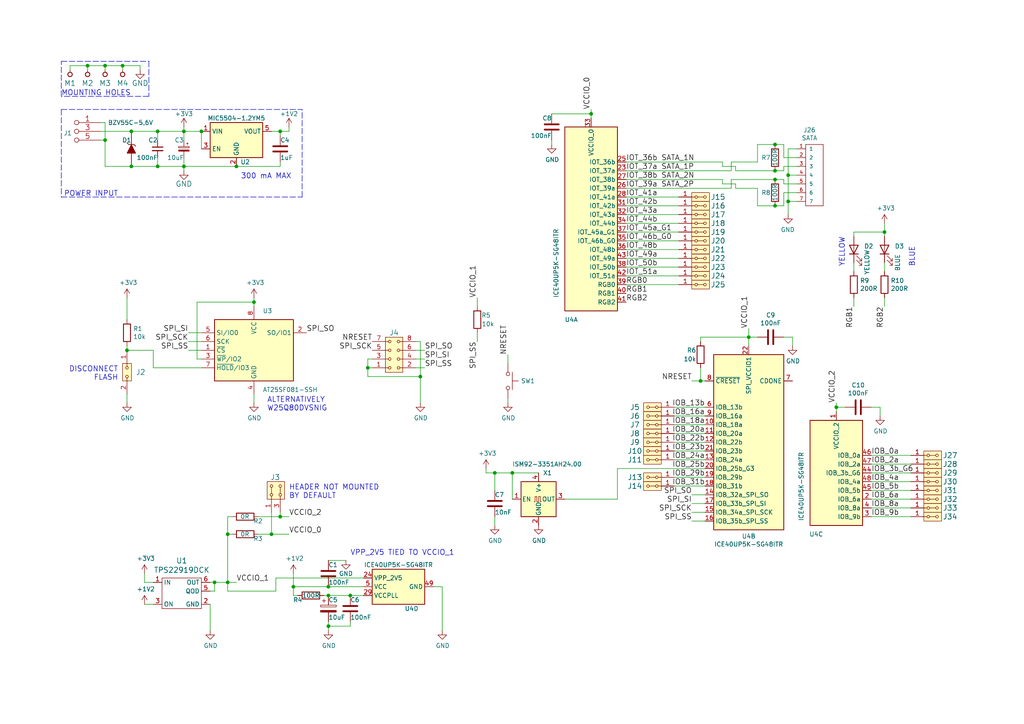
<source format=kicad_sch>
(kicad_sch (version 20211123) (generator eeschema)
  (paper "A4")
  (title_block (title "PROGLOG01A") (date "2022-02-13") (company "Mlab www.mlab.cz") (comment 1 "open source toolchain FPGA") (comment 3 "Povik"))
  (junction (at 95.25 172.72))
  (junction (at 217.17 97.79))
  (junction (at 106.68 106.68))
  (junction (at 256.54 67.31))
  (junction (at 148.59 137.16))
  (junction (at 228.6 58.42))
  (junction (at 95.25 170.18))
  (junction (at 81.28 38.1))
  (junction (at 53.34 38.1))
  (junction (at 38.1 38.1))
  (junction (at 62.23 168.91))
  (junction (at 171.45 33.02))
  (junction (at 228.6 50.8))
  (junction (at 143.51 137.16))
  (junction (at 25.4 19.05))
  (junction (at 36.83 101.6))
  (junction (at 224.79 49.53))
  (junction (at 35.56 19.05))
  (junction (at 224.79 41.91))
  (junction (at 66.04 168.91))
  (junction (at 85.09 170.18))
  (junction (at 38.1 48.26))
  (junction (at 224.79 59.69))
  (junction (at 45.72 48.26))
  (junction (at 81.28 149.86))
  (junction (at 78.74 154.94))
  (junction (at 73.66 87.63))
  (junction (at 30.48 19.05))
  (junction (at 30.48 40.64))
  (junction (at 68.58 48.26))
  (junction (at 101.6 172.72))
  (junction (at 95.25 181.61))
  (junction (at 66.04 154.94))
  (junction (at 45.72 38.1))
  (junction (at 224.79 52.07))
  (junction (at 121.92 109.22))
  (junction (at 242.57 118.11))
  (junction (at 58.42 38.1))
  (junction (at 203.2 110.49))
  (junction (at 53.34 48.26))
  (wire (pts (xy 58.42 99.06) (xy 54.61 99.06)))
  (wire (pts (xy 62.23 171.45) (xy 62.23 168.91)))
  (wire (pts (xy 229.87 97.79) (xy 229.87 100.33)))
  (wire (pts (xy 57.15 87.63) (xy 73.66 87.63)))
  (wire (pts (xy 181.61 49.53) (xy 212.09 49.53)))
  (wire (pts (xy 95.25 180.34) (xy 95.25 181.61)))
  (polyline (pts (xy 17.78 57.15) (xy 87.63 57.15)))
  (wire (pts (xy 30.48 20.32) (xy 30.48 19.05)))
  (polyline (pts (xy 43.18 27.94) (xy 17.78 27.94)))
  (wire (pts (xy 209.55 46.99) (xy 209.55 48.26)))
  (wire (pts (xy 40.64 20.32) (xy 40.64 19.05)))
  (wire (pts (xy 41.91 166.37) (xy 41.91 168.91)))
  (wire (pts (xy 66.04 154.94) (xy 67.31 154.94)))
  (wire (pts (xy 203.2 110.49) (xy 204.47 110.49)))
  (wire (pts (xy 204.47 133.35) (xy 195.58 133.35)))
  (wire (pts (xy 209.55 52.07) (xy 181.61 52.07)))
  (wire (pts (xy 227.33 41.91) (xy 224.79 41.91)))
  (wire (pts (xy 40.64 19.05) (xy 35.56 19.05)))
  (wire (pts (xy 247.65 67.31) (xy 247.65 68.58)))
  (wire (pts (xy 57.15 104.14) (xy 57.15 87.63)))
  (wire (pts (xy 209.55 53.34) (xy 213.36 53.34)))
  (wire (pts (xy 224.79 59.69) (xy 219.71 59.69)))
  (wire (pts (xy 252.73 118.11) (xy 255.27 118.11)))
  (wire (pts (xy 171.45 31.75) (xy 171.45 33.02)))
  (wire (pts (xy 93.98 172.72) (xy 95.25 172.72)))
  (wire (pts (xy 140.97 135.89) (xy 140.97 137.16)))
  (polyline (pts (xy 17.78 31.75) (xy 17.78 57.15)))
  (wire (pts (xy 85.09 166.37) (xy 85.09 170.18)))
  (wire (pts (xy 73.66 114.3) (xy 73.66 116.84)))
  (wire (pts (xy 228.6 58.42) (xy 231.14 58.42)))
  (wire (pts (xy 120.65 99.06) (xy 121.92 99.06)))
  (wire (pts (xy 181.61 80.01) (xy 196.85 80.01)))
  (wire (pts (xy 81.28 46.99) (xy 81.28 48.26)))
  (wire (pts (xy 45.72 48.26) (xy 53.34 48.26)))
  (wire (pts (xy 219.71 54.61) (xy 213.36 54.61)))
  (wire (pts (xy 95.25 181.61) (xy 101.6 181.61)))
  (wire (pts (xy 73.66 87.63) (xy 73.66 88.9)))
  (wire (pts (xy 256.54 86.36) (xy 256.54 88.9)))
  (wire (pts (xy 148.59 137.16) (xy 156.21 137.16)))
  (wire (pts (xy 181.61 62.23) (xy 196.85 62.23)))
  (wire (pts (xy 143.51 149.86) (xy 143.51 152.4)))
  (wire (pts (xy 20.32 19.05) (xy 20.32 20.32)))
  (wire (pts (xy 125.73 170.18) (xy 128.27 170.18)))
  (wire (pts (xy 29.21 38.1) (xy 38.1 38.1)))
  (wire (pts (xy 195.58 120.65) (xy 204.47 120.65)))
  (wire (pts (xy 227.33 49.53) (xy 227.33 48.26)))
  (wire (pts (xy 252.73 147.32) (xy 264.16 147.32)))
  (wire (pts (xy 203.2 99.06) (xy 203.2 97.79)))
  (wire (pts (xy 195.58 123.19) (xy 204.47 123.19)))
  (wire (pts (xy 78.74 148.59) (xy 78.74 154.94)))
  (wire (pts (xy 66.04 149.86) (xy 66.04 154.94)))
  (wire (pts (xy 147.32 115.57) (xy 147.32 116.84)))
  (wire (pts (xy 195.58 130.81) (xy 204.47 130.81)))
  (wire (pts (xy 73.66 87.63) (xy 73.66 86.36)))
  (wire (pts (xy 227.33 97.79) (xy 229.87 97.79)))
  (wire (pts (xy 181.61 74.93) (xy 196.85 74.93)))
  (wire (pts (xy 247.65 76.2) (xy 247.65 78.74)))
  (wire (pts (xy 181.61 77.47) (xy 196.85 77.47)))
  (wire (pts (xy 181.61 67.31) (xy 196.85 67.31)))
  (wire (pts (xy 120.65 101.6) (xy 123.19 101.6)))
  (wire (pts (xy 85.09 170.18) (xy 85.09 172.72)))
  (wire (pts (xy 228.6 43.18) (xy 228.6 50.8)))
  (wire (pts (xy 101.6 181.61) (xy 101.6 180.34)))
  (wire (pts (xy 204.47 148.59) (xy 200.66 148.59)))
  (wire (pts (xy 227.33 45.72) (xy 227.33 41.91)))
  (wire (pts (xy 36.83 92.71) (xy 36.83 86.36)))
  (wire (pts (xy 53.34 36.83) (xy 53.34 38.1)))
  (wire (pts (xy 54.61 96.52) (xy 58.42 96.52)))
  (wire (pts (xy 38.1 48.26) (xy 45.72 48.26)))
  (wire (pts (xy 231.14 55.88) (xy 227.33 55.88)))
  (wire (pts (xy 203.2 106.68) (xy 203.2 110.49)))
  (wire (pts (xy 256.54 67.31) (xy 247.65 67.31)))
  (wire (pts (xy 224.79 49.53) (xy 227.33 49.53)))
  (wire (pts (xy 227.33 59.69) (xy 224.79 59.69)))
  (wire (pts (xy 80.01 167.64) (xy 105.41 167.64)))
  (wire (pts (xy 138.43 86.36) (xy 138.43 88.9)))
  (wire (pts (xy 264.16 144.78) (xy 252.73 144.78)))
  (wire (pts (xy 58.42 106.68) (xy 44.45 106.68)))
  (wire (pts (xy 204.47 146.05) (xy 200.66 146.05)))
  (wire (pts (xy 100.33 162.56) (xy 95.25 162.56)))
  (wire (pts (xy 35.56 19.05) (xy 30.48 19.05)))
  (wire (pts (xy 217.17 95.25) (xy 217.17 97.79)))
  (wire (pts (xy 35.56 20.32) (xy 35.56 19.05)))
  (wire (pts (xy 212.09 46.99) (xy 219.71 46.99)))
  (wire (pts (xy 58.42 43.18) (xy 58.42 38.1)))
  (wire (pts (xy 45.72 45.72) (xy 45.72 48.26)))
  (wire (pts (xy 242.57 116.84) (xy 242.57 118.11)))
  (wire (pts (xy 62.23 168.91) (xy 60.96 168.91)))
  (polyline (pts (xy 17.78 31.75) (xy 87.63 31.75)))
  (wire (pts (xy 106.68 106.68) (xy 107.95 106.68)))
  (wire (pts (xy 203.2 97.79) (xy 217.17 97.79)))
  (wire (pts (xy 121.92 99.06) (xy 121.92 109.22)))
  (wire (pts (xy 95.25 172.72) (xy 101.6 172.72)))
  (wire (pts (xy 181.61 82.55) (xy 196.85 82.55)))
  (wire (pts (xy 242.57 118.11) (xy 242.57 119.38)))
  (wire (pts (xy 53.34 48.26) (xy 68.58 48.26)))
  (wire (pts (xy 30.48 40.64) (xy 30.48 48.26)))
  (wire (pts (xy 217.17 97.79) (xy 217.17 100.33)))
  (wire (pts (xy 143.51 137.16) (xy 148.59 137.16)))
  (wire (pts (xy 60.96 175.26) (xy 60.96 182.88)))
  (wire (pts (xy 121.92 109.22) (xy 121.92 116.84)))
  (wire (pts (xy 45.72 38.1) (xy 53.34 38.1)))
  (wire (pts (xy 53.34 48.26) (xy 53.34 49.53)))
  (wire (pts (xy 44.45 106.68) (xy 44.45 101.6)))
  (wire (pts (xy 25.4 19.05) (xy 20.32 19.05)))
  (wire (pts (xy 181.61 46.99) (xy 209.55 46.99)))
  (wire (pts (xy 123.19 104.14) (xy 120.65 104.14)))
  (wire (pts (xy 25.4 20.32) (xy 25.4 19.05)))
  (wire (pts (xy 181.61 69.85) (xy 196.85 69.85)))
  (polyline (pts (xy 17.78 27.94) (xy 17.78 17.78)))
  (wire (pts (xy 81.28 38.1) (xy 81.28 39.37)))
  (wire (pts (xy 38.1 38.1) (xy 45.72 38.1)))
  (wire (pts (xy 120.65 106.68) (xy 123.19 106.68)))
  (wire (pts (xy 147.32 105.41) (xy 147.32 102.87)))
  (wire (pts (xy 181.61 59.69) (xy 196.85 59.69)))
  (wire (pts (xy 45.72 38.1) (xy 45.72 40.64)))
  (wire (pts (xy 227.33 48.26) (xy 231.14 48.26)))
  (wire (pts (xy 160.02 40.64) (xy 160.02 41.91)))
  (wire (pts (xy 121.92 109.22) (xy 106.68 109.22)))
  (wire (pts (xy 107.95 104.14) (xy 106.68 104.14)))
  (wire (pts (xy 252.73 137.16) (xy 264.16 137.16)))
  (wire (pts (xy 217.17 97.79) (xy 219.71 97.79)))
  (wire (pts (xy 231.14 45.72) (xy 227.33 45.72)))
  (wire (pts (xy 74.93 154.94) (xy 78.74 154.94)))
  (wire (pts (xy 30.48 19.05) (xy 25.4 19.05)))
  (wire (pts (xy 200.66 110.49) (xy 203.2 110.49)))
  (wire (pts (xy 66.04 149.86) (xy 67.31 149.86)))
  (wire (pts (xy 256.54 67.31) (xy 256.54 68.58)))
  (wire (pts (xy 179.07 135.89) (xy 204.47 135.89)))
  (wire (pts (xy 255.27 118.11) (xy 255.27 120.65)))
  (wire (pts (xy 264.16 134.62) (xy 252.73 134.62)))
  (wire (pts (xy 53.34 45.72) (xy 53.34 48.26)))
  (wire (pts (xy 204.47 151.13) (xy 200.66 151.13)))
  (wire (pts (xy 247.65 86.36) (xy 247.65 88.9)))
  (wire (pts (xy 213.36 53.34) (xy 213.36 54.61)))
  (wire (pts (xy 231.14 53.34) (xy 227.33 53.34)))
  (polyline (pts (xy 43.18 17.78) (xy 43.18 27.94)))
  (wire (pts (xy 74.93 149.86) (xy 81.28 149.86)))
  (wire (pts (xy 256.54 64.77) (xy 256.54 67.31)))
  (wire (pts (xy 219.71 59.69) (xy 219.71 54.61)))
  (wire (pts (xy 29.21 40.64) (xy 30.48 40.64)))
  (wire (pts (xy 81.28 38.1) (xy 83.82 38.1)))
  (wire (pts (xy 41.91 168.91) (xy 44.45 168.91)))
  (wire (pts (xy 128.27 170.18) (xy 128.27 182.88)))
  (wire (pts (xy 181.61 54.61) (xy 212.09 54.61)))
  (wire (pts (xy 228.6 50.8) (xy 228.6 58.42)))
  (wire (pts (xy 54.61 101.6) (xy 58.42 101.6)))
  (wire (pts (xy 143.51 142.24) (xy 143.51 137.16)))
  (wire (pts (xy 66.04 168.91) (xy 66.04 171.45)))
  (wire (pts (xy 66.04 168.91) (xy 66.04 154.94)))
  (wire (pts (xy 80.01 171.45) (xy 66.04 171.45)))
  (wire (pts (xy 101.6 172.72) (xy 105.41 172.72)))
  (wire (pts (xy 212.09 52.07) (xy 212.09 54.61)))
  (wire (pts (xy 30.48 48.26) (xy 38.1 48.26)))
  (wire (pts (xy 264.16 149.86) (xy 252.73 149.86)))
  (wire (pts (xy 209.55 52.07) (xy 209.55 53.34)))
  (wire (pts (xy 160.02 33.02) (xy 171.45 33.02)))
  (wire (pts (xy 53.34 38.1) (xy 53.34 40.64)))
  (wire (pts (xy 95.25 181.61) (xy 95.25 182.88)))
  (wire (pts (xy 204.47 143.51) (xy 200.66 143.51)))
  (wire (pts (xy 228.6 50.8) (xy 231.14 50.8)))
  (wire (pts (xy 228.6 58.42) (xy 228.6 62.23)))
  (wire (pts (xy 227.33 55.88) (xy 227.33 59.69)))
  (polyline (pts (xy 17.78 17.78) (xy 43.18 17.78)))
  (wire (pts (xy 209.55 48.26) (xy 213.36 48.26)))
  (wire (pts (xy 85.09 172.72) (xy 86.36 172.72)))
  (wire (pts (xy 195.58 138.43) (xy 204.47 138.43)))
  (wire (pts (xy 224.79 41.91) (xy 219.71 41.91)))
  (wire (pts (xy 36.83 100.33) (xy 36.83 101.6)))
  (wire (pts (xy 85.09 170.18) (xy 95.25 170.18)))
  (wire (pts (xy 252.73 132.08) (xy 264.16 132.08)))
  (wire (pts (xy 195.58 140.97) (xy 204.47 140.97)))
  (wire (pts (xy 181.61 64.77) (xy 196.85 64.77)))
  (wire (pts (xy 264.16 139.7) (xy 252.73 139.7)))
  (wire (pts (xy 58.42 104.14) (xy 57.15 104.14)))
  (wire (pts (xy 181.61 57.15) (xy 196.85 57.15)))
  (wire (pts (xy 66.04 168.91) (xy 68.58 168.91)))
  (wire (pts (xy 30.48 35.56) (xy 30.48 40.64)))
  (wire (pts (xy 227.33 53.34) (xy 227.33 52.07)))
  (wire (pts (xy 204.47 128.27) (xy 195.58 128.27)))
  (wire (pts (xy 163.83 144.78) (xy 179.07 144.78)))
  (wire (pts (xy 44.45 101.6) (xy 36.83 101.6)))
  (wire (pts (xy 179.07 144.78) (xy 179.07 135.89)))
  (wire (pts (xy 143.51 137.16) (xy 140.97 137.16)))
  (wire (pts (xy 68.58 48.26) (xy 81.28 48.26)))
  (wire (pts (xy 106.68 109.22) (xy 106.68 106.68)))
  (wire (pts (xy 29.21 35.56) (xy 30.48 35.56)))
  (wire (pts (xy 181.61 72.39) (xy 196.85 72.39)))
  (wire (pts (xy 78.74 38.1) (xy 81.28 38.1)))
  (wire (pts (xy 256.54 76.2) (xy 256.54 78.74)))
  (wire (pts (xy 62.23 168.91) (xy 66.04 168.91)))
  (wire (pts (xy 171.45 33.02) (xy 171.45 34.29)))
  (wire (pts (xy 212.09 52.07) (xy 224.79 52.07)))
  (wire (pts (xy 213.36 48.26) (xy 213.36 49.53)))
  (wire (pts (xy 224.79 49.53) (xy 213.36 49.53)))
  (wire (pts (xy 195.58 125.73) (xy 204.47 125.73)))
  (wire (pts (xy 78.74 154.94) (xy 83.82 154.94)))
  (wire (pts (xy 106.68 104.14) (xy 106.68 106.68)))
  (wire (pts (xy 245.11 118.11) (xy 242.57 118.11)))
  (wire (pts (xy 41.91 175.26) (xy 44.45 175.26)))
  (polyline (pts (xy 87.63 57.15) (xy 87.63 31.75)))
  (wire (pts (xy 212.09 46.99) (xy 212.09 49.53)))
  (wire (pts (xy 219.71 41.91) (xy 219.71 46.99)))
  (wire (pts (xy 53.34 38.1) (xy 58.42 38.1)))
  (wire (pts (xy 36.83 114.3) (xy 36.83 116.84)))
  (wire (pts (xy 83.82 38.1) (xy 83.82 36.83)))
  (wire (pts (xy 195.58 118.11) (xy 204.47 118.11)))
  (wire (pts (xy 80.01 171.45) (xy 80.01 167.64)))
  (wire (pts (xy 227.33 52.07) (xy 224.79 52.07)))
  (wire (pts (xy 81.28 149.86) (xy 83.82 149.86)))
  (wire (pts (xy 138.43 96.52) (xy 138.43 99.06)))
  (wire (pts (xy 231.14 43.18) (xy 228.6 43.18)))
  (wire (pts (xy 60.96 171.45) (xy 62.23 171.45)))
  (wire (pts (xy 252.73 142.24) (xy 264.16 142.24)))
  (wire (pts (xy 148.59 137.16) (xy 148.59 144.78)))
  (wire (pts (xy 95.25 170.18) (xy 105.41 170.18)))
  (wire (pts (xy 81.28 149.86) (xy 81.28 148.59)))
  (text "HEADER NOT MOUNTED\nBY DEFAULT" (at 83.82 144.78 0) (effects (font (size 1.524 1.524)) (justify left bottom)))
  (text "VPP_2V5 TIED TO VCCIO_1" (at 101.6 161.29 0) (effects (font (size 1.524 1.524)) (justify left bottom)))
  (text "BLUE" (at 265.43 77.47 90) (effects (font (size 1.524 1.524)) (justify left bottom)))
  (text "MOUNTING HOLES" (at 17.78 27.94 0) (effects (font (size 1.524 1.524)) (justify left bottom)))
  (text "DISCONNECT\nFLASH" (at 34.29 110.49 180) (effects (font (size 1.524 1.524)) (justify right bottom)))
  (text "300 mA MAX" (at 69.85 52.07 0) (effects (font (size 1.524 1.524)) (justify left bottom)))
  (text "YELLOW" (at 245.11 77.47 90) (effects (font (size 1.524 1.524)) (justify left bottom)))
  (text "POWER INPUT" (at 34.29 57.15 180) (effects (font (size 1.524 1.524)) (justify right bottom)))
  (text "ALTERNATIVELY\nW25Q80DVSNIG" (at 77.47 119.38 0) (effects (font (size 1.524 1.524)) (justify left bottom)))
  (label "NRESET" (at 107.95 99.06 180) (effects (font (size 1.524 1.524))))
  (label "IOB_31b" (at 204.47 140.97 180) (effects (font (size 1.524 1.524))))
  (label "IOT_39a" (at 181.61 54.61 0) (effects (font (size 1.524 1.524))))
  (label "RGB2" (at 181.61 87.63 0) (effects (font (size 1.524 1.524))))
  (label "IOT_46b_G0" (at 181.61 69.85 0) (effects (font (size 1.524 1.524))))
  (label "RGB0" (at 181.61 82.55 0) (effects (font (size 1.524 1.524))))
  (label "IOB_4a" (at 252.73 139.7 0) (effects (font (size 1.524 1.524))))
  (label "IOT_38b" (at 181.61 52.07 0) (effects (font (size 1.524 1.524))))
  (label "SPI_SS" (at 54.61 101.6 180) (effects (font (size 1.524 1.524))))
  (label "IOB_5b" (at 252.73 142.24 0) (effects (font (size 1.524 1.524))))
  (label "NRESET" (at 200.66 110.49 180) (effects (font (size 1.524 1.524))))
  (label "IOT_49a" (at 181.61 74.93 0) (effects (font (size 1.524 1.524))))
  (label "IOB_9b" (at 252.73 149.86 0) (effects (font (size 1.524 1.524))))
  (label "IOT_44b" (at 181.61 64.77 0) (effects (font (size 1.524 1.524))))
  (label "SATA_2P" (at 191.77 54.61 0) (effects (font (size 1.524 1.524))))
  (label "IOB_25b" (at 204.47 135.89 180) (effects (font (size 1.524 1.524))))
  (label "IOB_24a" (at 204.47 133.35 180) (effects (font (size 1.524 1.524))))
  (label "IOB_13b" (at 204.47 118.11 180) (effects (font (size 1.524 1.524))))
  (label "SPI_SO" (at 88.9 96.52 0) (effects (font (size 1.524 1.524))))
  (label "VCCIO_2" (at 242.57 116.84 90) (effects (font (size 1.524 1.524))))
  (label "IOB_8a" (at 252.73 147.32 0) (effects (font (size 1.524 1.524))))
  (label "IOT_45a_G1" (at 181.61 67.31 0) (effects (font (size 1.524 1.524))))
  (label "SATA_2N" (at 191.77 52.07 0) (effects (font (size 1.524 1.524))))
  (label "IOT_41a" (at 181.61 57.15 0) (effects (font (size 1.524 1.524))))
  (label "IOB_20a" (at 204.47 125.73 180) (effects (font (size 1.524 1.524))))
  (label "RGB2" (at 256.54 88.9 270) (effects (font (size 1.524 1.524))))
  (label "SATA_1P" (at 191.77 49.53 0) (effects (font (size 1.524 1.524))))
  (label "SPI_SI" (at 54.61 96.52 180) (effects (font (size 1.524 1.524))))
  (label "IOB_3b_G6" (at 252.73 137.16 0) (effects (font (size 1.524 1.524))))
  (label "IOB_22b" (at 204.47 128.27 180) (effects (font (size 1.524 1.524))))
  (label "IOT_36b" (at 181.61 46.99 0) (effects (font (size 1.524 1.524))))
  (label "RGB1" (at 181.61 85.09 0) (effects (font (size 1.524 1.524))))
  (label "SPI_SCK" (at 107.95 101.6 180) (effects (font (size 1.524 1.524))))
  (label "SPI_SS" (at 138.43 99.06 270) (effects (font (size 1.524 1.524))))
  (label "IOT_37a" (at 181.61 49.53 0) (effects (font (size 1.524 1.524))))
  (label "NRESET" (at 147.32 102.87 90) (effects (font (size 1.524 1.524))))
  (label "VCCIO_0" (at 171.45 31.75 90) (effects (font (size 1.524 1.524))))
  (label "IOB_23b" (at 204.47 130.81 180) (effects (font (size 1.524 1.524))))
  (label "VCCIO_1" (at 138.43 86.36 90) (effects (font (size 1.524 1.524))))
  (label "IOT_51a" (at 181.61 80.01 0) (effects (font (size 1.524 1.524))))
  (label "VCCIO_0" (at 83.82 154.94 0) (effects (font (size 1.524 1.524))))
  (label "IOT_50b" (at 181.61 77.47 0) (effects (font (size 1.524 1.524))))
  (label "SPI_SO" (at 200.66 143.51 180) (effects (font (size 1.524 1.524))))
  (label "VCCIO_1" (at 68.58 168.91 0) (effects (font (size 1.524 1.524))))
  (label "IOB_18a" (at 204.47 123.19 180) (effects (font (size 1.524 1.524))))
  (label "VCCIO_2" (at 83.82 149.86 0) (effects (font (size 1.524 1.524))))
  (label "IOB_16a" (at 204.47 120.65 180) (effects (font (size 1.524 1.524))))
  (label "IOB_29b" (at 204.47 138.43 180) (effects (font (size 1.524 1.524))))
  (label "IOT_43a" (at 181.61 62.23 0) (effects (font (size 1.524 1.524))))
  (label "SPI_SO" (at 123.19 101.6 0) (effects (font (size 1.524 1.524))))
  (label "SPI_SS" (at 200.66 151.13 180) (effects (font (size 1.524 1.524))))
  (label "IOT_42b" (at 181.61 59.69 0) (effects (font (size 1.524 1.524))))
  (label "SATA_1N" (at 191.77 46.99 0) (effects (font (size 1.524 1.524))))
  (label "SPI_SI" (at 123.19 104.14 0) (effects (font (size 1.524 1.524))))
  (label "SPI_SS" (at 123.19 106.68 0) (effects (font (size 1.524 1.524))))
  (label "VCCIO_1" (at 217.17 95.25 90) (effects (font (size 1.524 1.524))))
  (label "SPI_SI" (at 200.66 146.05 180) (effects (font (size 1.524 1.524))))
  (label "SPI_SCK" (at 54.61 99.06 180) (effects (font (size 1.524 1.524))))
  (label "IOT_48b" (at 181.61 72.39 0) (effects (font (size 1.524 1.524))))
  (label "IOB_6a" (at 252.73 144.78 0) (effects (font (size 1.524 1.524))))
  (label "IOB_2a" (at 252.73 134.62 0) (effects (font (size 1.524 1.524))))
  (label "IOB_0a" (at 252.73 132.08 0) (effects (font (size 1.524 1.524))))
  (label "SPI_SCK" (at 200.66 148.59 180) (effects (font (size 1.524 1.524))))
  (label "RGB1" (at 247.65 88.9 270) (effects (font (size 1.524 1.524))))
  (symbol (lib_id "power:GND") (at 53.34 49.53 0) (mirror y) (unit 1)
    (property "Reference" "#PWR08" (effects hide))
    (property "Value" "GND" (at 53.34 53.34 0) (effects (font (size 1.524 1.524))))
  )
  (symbol (lib_id "MLAB_MECHANICAL:HOLE") (at 20.32 21.59 90) (unit 1)
    (property "Reference" "M1" (at 20.32 24.13 90) (effects (font (size 1.524 1.524))))
    (property "Value" "HOLE" (effects hide))
    (property "Footprint" "Mlab_Mechanical:MountingHole_3mm" (effects hide))
  )
  (symbol (lib_id "MLAB_MECHANICAL:HOLE") (at 25.4 21.59 90) (unit 1)
    (property "Reference" "M2" (at 25.4 24.13 90) (effects (font (size 1.524 1.524))))
    (property "Value" "HOLE" (effects hide))
    (property "Footprint" "Mlab_Mechanical:MountingHole_3mm" (effects hide))
  )
  (symbol (lib_id "MLAB_MECHANICAL:HOLE") (at 30.48 21.59 90) (unit 1)
    (property "Reference" "M3" (at 30.48 24.13 90) (effects (font (size 1.524 1.524))))
    (property "Value" "HOLE" (effects hide))
    (property "Footprint" "Mlab_Mechanical:MountingHole_3mm" (effects hide))
  )
  (symbol (lib_id "MLAB_MECHANICAL:HOLE") (at 35.56 21.59 90) (unit 1)
    (property "Reference" "M4" (at 35.56 24.13 90) (effects (font (size 1.524 1.524))))
    (property "Value" "HOLE" (effects hide))
    (property "Footprint" "Mlab_Mechanical:MountingHole_3mm" (effects hide))
  )
  (symbol (lib_id "power:GND") (at 40.64 20.32 0) (unit 1)
    (property "Reference" "#PWR05" (effects hide))
    (property "Value" "GND" (at 40.64 24.13 0) (effects (font (size 1.524 1.524))))
  )
  (symbol (lib_id "Device:C_Small") (at 45.72 43.18 0) (mirror y) (unit 1)
    (property "Reference" "C2" (at 45.72 40.64 0) (effects (justify left)))
    (property "Value" "100nF" (at 45.72 45.72 0) (effects (justify left)))
    (property "Footprint" "Mlab_R:SMD-0805" (effects hide))
    (property "UST_id" "C0805_100n" (effects hide))
    (property "UST_ID" "5c70984712875079b91f8b4c" (effects hide))
  )
  (symbol (lib_id "Device:CP_Small") (at 53.34 43.18 0) (mirror y) (unit 1)
    (property "Reference" "C3" (at 53.34 40.64 0) (effects (justify left)))
    (property "Value" "10uF" (at 53.34 45.72 0) (effects (justify left)))
    (property "Footprint" "Mlab_R:SMD-0805" (effects hide))
    (property "UST_ID" "5c70984812875079b91f8bbd" (effects hide))
  )
  (symbol (lib_id "MLAB_Jumpers:JUMP_3X2") (at 19.05 39.37 0) (mirror y) (unit 1)
    (property "Reference" "J1" (at 20.8534 38.608 0) (effects (justify left)))
    (property "Value" "JUMP_3X2" (effects hide))
    (property "Footprint" "Mlab_Pin_Headers:Straight_2x03" (effects hide))
  )
  (symbol (lib_id "MLAB_D:D_ZENER") (at 38.1 43.18 90) (mirror x) (unit 1)
    (property "Reference" "D1" (at 38.1 40.64 90) (effects (justify left)))
    (property "Value" "BZV55C-5,6V" (at 44.45 35.56 90) (effects (justify left)))
    (property "Footprint" "Mlab_D:Diode-MiniMELF_Standard" (effects hide))
    (property "UST_ID" "5c70984512875079b91f88b2" (effects hide))
  )
  (symbol (lib_id "PROGLOG01A-rescue:ICE40UP5K-SG48ITR-FPGA_Lattice") (at 171.45 62.23 0) (mirror y) (unit 1)
    (property "Reference" "U4" (at 167.64 92.71 0) (effects (justify left)))
    (property "Value" "ICE40UP5K-SG48ITR" (at 161.29 86.36 90) (effects (justify left)))
    (property "Footprint" "Package_DFN_QFN:QFN-48-1EP_7x7mm_P0.5mm_EP5.6x5.6mm" (effects hide))
    (property "Datasheet" "file:///home/kaklik/Downloads/FPGA-DS-02008-1-9-iCE40-UltraPlus-Family-Data-Sheet.pdf" (effects hide))
    (property "UST_ID" "5dc504cb128750448eca1b12" (effects hide))
  )
  (symbol (lib_id "PROGLOG01A-rescue:ICE40UP5K-SG48ITR-FPGA_Lattice") (at 217.17 128.27 0) (unit 2)
    (property "Reference" "U4" (at 217.17 155.5496 0))
    (property "Value" "ICE40UP5K-SG48ITR" (at 217.17 157.861 0))
    (property "Footprint" "Package_DFN_QFN:QFN-48-1EP_7x7mm_P0.5mm_EP5.6x5.6mm" (effects hide))
    (property "Datasheet" "file:///home/kaklik/Downloads/FPGA-DS-02008-1-9-iCE40-UltraPlus-Family-Data-Sheet.pdf" (effects hide))
    (property "UST_ID" "5dc504cb128750448eca1b12" (effects hide))
  )
  (symbol (lib_id "PROGLOG01A-rescue:ICE40UP5K-SG48ITR-FPGA_Lattice") (at 242.57 137.16 0) (mirror y) (unit 3)
    (property "Reference" "U4" (at 238.76 154.94 0) (effects (justify left)))
    (property "Value" "ICE40UP5K-SG48ITR" (at 232.41 151.13 90) (effects (justify left)))
    (property "Footprint" "Package_DFN_QFN:QFN-48-1EP_7x7mm_P0.5mm_EP5.6x5.6mm" (effects hide))
    (property "Datasheet" "file:///home/kaklik/Downloads/FPGA-DS-02008-1-9-iCE40-UltraPlus-Family-Data-Sheet.pdf" (effects hide))
    (property "UST_ID" "5dc504cb128750448eca1b12" (effects hide))
  )
  (symbol (lib_id "PROGLOG01A-rescue:ICE40UP5K-SG48ITR-FPGA_Lattice") (at 115.57 170.18 90) (mirror x) (unit 4)
    (property "Reference" "U4" (at 119.38 176.53 90))
    (property "Value" "ICE40UP5K-SG48ITR" (at 115.57 163.83 90))
    (property "Footprint" "Package_DFN_QFN:QFN-48-1EP_7x7mm_P0.5mm_EP5.6x5.6mm" (effects hide))
    (property "Datasheet" "file:///home/kaklik/Downloads/FPGA-DS-02008-1-9-iCE40-UltraPlus-Family-Data-Sheet.pdf" (effects hide))
    (property "UST_ID" "5dc504cb128750448eca1b12" (effects hide))
  )
  (symbol (lib_id "power:+1V2") (at 85.09 166.37 0) (unit 1)
    (property "Reference" "#PWR013" (effects hide))
    (property "Value" "+1V2" (at 85.471 161.9758 0))
  )
  (symbol (lib_id "Device:R") (at 90.17 172.72 270) (unit 1)
    (property "Reference" "R4" (at 86.36 173.99 90))
    (property "Value" "100R" (at 90.17 172.72 90))
    (property "Footprint" "Mlab_R:SMD-0805" (effects hide))
    (property "UST_ID" "5c70984512875079b91f8977" (effects hide))
  )
  (symbol (lib_id "Device:C") (at 101.6 176.53 0) (unit 1)
    (property "Reference" "C6" (at 101.6 173.99 0) (effects (justify left)))
    (property "Value" "100nF" (at 101.6 179.07 0) (effects (justify left)))
    (property "Footprint" "Mlab_R:SMD-0805" (effects hide))
    (property "UST_ID" "5c70984712875079b91f8b4c" (effects hide))
  )
  (symbol (lib_id "power:GND") (at 95.25 182.88 0) (unit 1)
    (property "Reference" "#PWR014" (effects hide))
    (property "Value" "GND" (at 95.377 187.2742 0))
  )
  (symbol (lib_id "power:GND") (at 128.27 182.88 0) (unit 1)
    (property "Reference" "#PWR016" (effects hide))
    (property "Value" "GND" (at 128.397 187.2742 0))
  )
  (symbol (lib_id "power:+3V3") (at 256.54 64.77 0) (unit 1)
    (property "Reference" "#PWR022" (effects hide))
    (property "Value" "+3V3" (at 256.921 60.3758 0))
  )
  (symbol (lib_id "Device:LED") (at 256.54 72.39 90) (unit 1)
    (property "Reference" "D3" (at 259.5118 71.4248 90) (effects (justify right)))
    (property "Value" "BLUE" (at 260.35 73.66 0) (effects (justify right)))
    (property "Footprint" "Mlab_D:LED_1206" (effects hide))
    (property "UST_ID" "5c70984512875079b91f8898" (effects hide))
  )
  (symbol (lib_id "Device:LED") (at 247.65 72.39 90) (unit 1)
    (property "Reference" "D2" (at 250.6218 71.4248 90) (effects (justify right)))
    (property "Value" "YELLOW" (at 251.46 72.39 0) (effects (justify right)))
    (property "Footprint" "Mlab_D:LED_1206" (effects hide))
    (property "UST_ID" "5c70984412875079b91f8897" (effects hide))
  )
  (symbol (lib_id "Device:R") (at 247.65 82.55 0) (unit 1)
    (property "Reference" "R9" (at 249.428 81.3816 0) (effects (justify left)))
    (property "Value" "200R" (at 249.428 83.693 0) (effects (justify left)))
    (property "Footprint" "Mlab_R:SMD-0805" (effects hide))
    (property "UST_ID" "5c70984512875079b91f897d" (effects hide))
  )
  (symbol (lib_id "Device:R") (at 256.54 82.55 0) (unit 1)
    (property "Reference" "R10" (at 258.318 81.3816 0) (effects (justify left)))
    (property "Value" "200R" (at 258.318 83.693 0) (effects (justify left)))
    (property "Footprint" "Mlab_R:SMD-0805" (effects hide))
    (property "UST_ID" "5c70984512875079b91f897d" (effects hide))
  )
  (symbol (lib_id "power:+3V3") (at 41.91 166.37 0) (unit 1)
    (property "Reference" "#PWR01" (effects hide))
    (property "Value" "+3V3" (at 42.291 161.9758 0))
  )
  (symbol (lib_id "power:GND") (at 60.96 182.88 0) (unit 1)
    (property "Reference" "#PWR09" (effects hide))
    (property "Value" "GND" (at 61.087 187.2742 0))
  )
  (symbol (lib_id "Device:R") (at 138.43 92.71 0) (unit 1)
    (property "Reference" "R5" (at 140.97 91.44 0))
    (property "Value" "10k" (at 139.7 93.98 0) (effects (justify left)))
    (property "Footprint" "Mlab_R:SMD-0805" (effects hide))
    (property "UST_ID" "5c70984612875079b91f899f" (effects hide))
  )
  (symbol (lib_id "MLAB_HEADER:HEADER_2x04") (at 114.3 102.87 0) (mirror x) (unit 1)
    (property "Reference" "J4" (at 114.3 96.52 0) (effects (font (size 1.524 1.524))))
    (property "Value" "HEADER_2x04" (effects hide))
    (property "Footprint" "Mlab_Pin_Headers:Straight_2x04" (effects hide))
  )
  (symbol (lib_id "Switch:SW_Push") (at 147.32 110.49 270) (unit 1)
    (property "Reference" "SW1" (at 151.0792 110.49 90) (effects (justify left)))
    (property "Value" "SW_Push" (effects hide))
    (property "Footprint" "Mlab_SW:SW_PUSH_SMALL" (effects hide))
    (property "UST_ID" "5c70984712875079b91f8ad1" (effects hide))
  )
  (symbol (lib_id "Device:R") (at 203.2 102.87 0) (unit 1)
    (property "Reference" "R6" (at 201.93 101.6 0) (effects (justify right)))
    (property "Value" "10k" (at 201.93 104.14 0) (effects (justify right)))
    (property "Footprint" "Mlab_R:SMD-0805" (effects hide))
    (property "UST_ID" "5c70984612875079b91f899f" (effects hide))
  )
  (symbol (lib_id "Oscillator:XO91") (at 156.21 144.78 0) (unit 1)
    (property "Reference" "X1" (at 157.48 137.16 0) (effects (justify left)))
    (property "Value" "ISM92-3351AH24.00" (at 148.59 134.62 0) (effects (justify left)))
    (property "Footprint" "Mlab_XTAL:ISM92" (effects hide))
    (property "Datasheet" "http://cdn-reichelt.de/documents/datenblatt/B400/XO91.pdf" (effects hide))
    (property "UST_ID" "5c70984712875079b91f8b18" (effects hide))
  )
  (symbol (lib_id "Device:C") (at 143.51 146.05 0) (unit 1)
    (property "Reference" "C7" (at 143.51 143.51 0) (effects (justify left)))
    (property "Value" "10nF" (at 143.51 148.59 0) (effects (justify left)))
    (property "Footprint" "Mlab_R:SMD-0805" (effects hide))
    (property "UST_ID" "5c70984712875079b91f8b49" (effects hide))
  )
  (symbol (lib_id "power:GND") (at 156.21 152.4 0) (unit 1)
    (property "Reference" "#PWR020" (effects hide))
    (property "Value" "GND" (at 156.337 156.7942 0))
  )
  (symbol (lib_id "power:GND") (at 143.51 152.4 0) (unit 1)
    (property "Reference" "#PWR018" (effects hide))
    (property "Value" "GND" (at 143.637 156.7942 0))
  )
  (symbol (lib_id "MLAB_HEADER:HEADER_2x01_PARALLEL") (at 203.2 57.15 0) (unit 1)
    (property "Reference" "J15" (at 208.28 57.15 0) (effects (font (size 1.524 1.524))))
    (property "Value" "HEADER_2x01_PARALLEL" (effects hide))
    (property "Footprint" "Mlab_Pin_Headers:Straight_2x01" (effects hide))
  )
  (symbol (lib_id "MLAB_HEADER:HEADER_2x01_PARALLEL") (at 203.2 59.69 0) (unit 1)
    (property "Reference" "J16" (at 208.28 59.69 0) (effects (font (size 1.524 1.524))))
    (property "Value" "HEADER_2x01_PARALLEL" (effects hide))
    (property "Footprint" "Mlab_Pin_Headers:Straight_2x01" (effects hide))
  )
  (symbol (lib_id "MLAB_HEADER:HEADER_2x01_PARALLEL") (at 203.2 62.23 0) (unit 1)
    (property "Reference" "J17" (at 208.28 62.23 0) (effects (font (size 1.524 1.524))))
    (property "Value" "HEADER_2x01_PARALLEL" (effects hide))
    (property "Footprint" "Mlab_Pin_Headers:Straight_2x01" (effects hide))
  )
  (symbol (lib_id "MLAB_HEADER:HEADER_2x01_PARALLEL") (at 203.2 64.77 0) (unit 1)
    (property "Reference" "J18" (at 208.28 64.77 0) (effects (font (size 1.524 1.524))))
    (property "Value" "HEADER_2x01_PARALLEL" (effects hide))
    (property "Footprint" "Mlab_Pin_Headers:Straight_2x01" (effects hide))
  )
  (symbol (lib_id "MLAB_HEADER:HEADER_2x01_PARALLEL") (at 203.2 67.31 0) (unit 1)
    (property "Reference" "J19" (at 208.28 67.31 0) (effects (font (size 1.524 1.524))))
    (property "Value" "HEADER_2x01_PARALLEL" (effects hide))
    (property "Footprint" "Mlab_Pin_Headers:Straight_2x01" (effects hide))
  )
  (symbol (lib_id "MLAB_HEADER:HEADER_2x01_PARALLEL") (at 203.2 69.85 0) (unit 1)
    (property "Reference" "J20" (at 208.28 69.85 0) (effects (font (size 1.524 1.524))))
    (property "Value" "HEADER_2x01_PARALLEL" (effects hide))
    (property "Footprint" "Mlab_Pin_Headers:Straight_2x01" (effects hide))
  )
  (symbol (lib_id "MLAB_HEADER:HEADER_2x01_PARALLEL") (at 203.2 72.39 0) (unit 1)
    (property "Reference" "J21" (at 208.28 72.39 0) (effects (font (size 1.524 1.524))))
    (property "Value" "HEADER_2x01_PARALLEL" (effects hide))
    (property "Footprint" "Mlab_Pin_Headers:Straight_2x01" (effects hide))
  )
  (symbol (lib_id "MLAB_HEADER:HEADER_2x01_PARALLEL") (at 203.2 74.93 0) (unit 1)
    (property "Reference" "J22" (at 208.28 74.93 0) (effects (font (size 1.524 1.524))))
    (property "Value" "HEADER_2x01_PARALLEL" (effects hide))
    (property "Footprint" "Mlab_Pin_Headers:Straight_2x01" (effects hide))
  )
  (symbol (lib_id "MLAB_HEADER:HEADER_2x01_PARALLEL") (at 203.2 77.47 0) (unit 1)
    (property "Reference" "J23" (at 208.28 77.47 0) (effects (font (size 1.524 1.524))))
    (property "Value" "HEADER_2x01_PARALLEL" (effects hide))
    (property "Footprint" "Mlab_Pin_Headers:Straight_2x01" (effects hide))
  )
  (symbol (lib_id "MLAB_HEADER:HEADER_2x01_PARALLEL") (at 203.2 80.01 0) (unit 1)
    (property "Reference" "J24" (at 208.28 80.01 0) (effects (font (size 1.524 1.524))))
    (property "Value" "HEADER_2x01_PARALLEL" (effects hide))
    (property "Footprint" "Mlab_Pin_Headers:Straight_2x01" (effects hide))
  )
  (symbol (lib_id "MLAB_HEADER:HEADER_2x01_PARALLEL") (at 203.2 82.55 0) (unit 1)
    (property "Reference" "J25" (at 208.28 82.55 0) (effects (font (size 1.524 1.524))))
    (property "Value" "HEADER_2x01_PARALLEL" (effects hide))
    (property "Footprint" "Mlab_Pin_Headers:Straight_2x01" (effects hide))
  )
  (symbol (lib_id "MLAB_HEADER:HEADER_2x01_PARALLEL") (at 270.51 132.08 0) (unit 1)
    (property "Reference" "J27" (at 275.59 132.08 0) (effects (font (size 1.524 1.524))))
    (property "Value" "HEADER_2x01_PARALLEL" (effects hide))
    (property "Footprint" "Mlab_Pin_Headers:Straight_2x01" (effects hide))
  )
  (symbol (lib_id "MLAB_HEADER:HEADER_2x01_PARALLEL") (at 270.51 134.62 0) (unit 1)
    (property "Reference" "J28" (at 275.59 134.62 0) (effects (font (size 1.524 1.524))))
    (property "Value" "HEADER_2x01_PARALLEL" (effects hide))
    (property "Footprint" "Mlab_Pin_Headers:Straight_2x01" (effects hide))
  )
  (symbol (lib_id "power:+3V3") (at 53.34 36.83 0) (mirror y) (unit 1)
    (property "Reference" "#PWR07" (effects hide))
    (property "Value" "+3V3" (at 53.34 33.02 0))
  )
  (symbol (lib_id "Device:C") (at 160.02 36.83 0) (unit 1)
    (property "Reference" "C8" (at 160.02 34.29 0) (effects (justify right)))
    (property "Value" "100nF" (at 160.02 39.37 0) (effects (justify right)))
    (property "Footprint" "Mlab_R:SMD-0805" (effects hide))
    (property "UST_ID" "5c70984712875079b91f8b4c" (effects hide))
  )
  (symbol (lib_id "power:GND") (at 160.02 41.91 0) (unit 1)
    (property "Reference" "#PWR0101" (effects hide))
    (property "Value" "GND" (at 160.147 46.3042 0))
  )
  (symbol (lib_id "Device:C") (at 223.52 97.79 270) (unit 1)
    (property "Reference" "C9" (at 223.52 91.3892 90))
    (property "Value" "100nF" (at 223.52 93.7006 90))
    (property "Footprint" "Mlab_R:SMD-0805" (effects hide))
    (property "UST_ID" "5c70984712875079b91f8b4c" (effects hide))
  )
  (symbol (lib_id "Regulator_Linear:MIC5504-1.2YM5") (at 68.58 40.64 0) (unit 1)
    (property "Reference" "U2" (at 71.12 46.99 0))
    (property "Value" "MIC5504-1.2YM5" (at 68.58 34.29 0))
    (property "Footprint" "Package_TO_SOT_SMD:SOT-23-5_HandSoldering" (effects hide))
    (property "Datasheet" "http://ww1.microchip.com/downloads/en/DeviceDoc/MIC550X.pdf" (effects hide))
    (property "UST_ID" "5dc5036e128750448eca1af0" (effects hide))
  )
  (symbol (lib_id "Device:C") (at 95.25 166.37 0) (unit 1)
    (property "Reference" "C1" (at 95.25 163.83 0) (effects (justify left)))
    (property "Value" "100nF" (at 95.25 168.91 0) (effects (justify left)))
    (property "Footprint" "Mlab_R:SMD-0805" (effects hide))
    (property "UST_ID" "5c70984712875079b91f8b4c" (effects hide))
  )
  (symbol (lib_id "power:GND") (at 100.33 162.56 0) (unit 1)
    (property "Reference" "#PWR02" (effects hide))
    (property "Value" "GND" (at 100.33 166.37 0))
  )
  (symbol (lib_id "power:+1V2") (at 83.82 36.83 0) (unit 1)
    (property "Reference" "#PWR012" (effects hide))
    (property "Value" "+1V2" (at 83.82 33.02 0))
  )
  (symbol (lib_id "Device:C") (at 81.28 43.18 0) (unit 1)
    (property "Reference" "C4" (at 81.28 40.64 0) (effects (justify left)))
    (property "Value" "1uF" (at 81.28 45.72 0) (effects (justify left)))
    (property "Footprint" "Mlab_R:SMD-0805" (effects hide))
    (property "UST_ID" "5c70984812875079b91f8bc2" (effects hide))
  )
  (symbol (lib_id "power:GND") (at 229.87 100.33 0) (unit 1)
    (property "Reference" "#PWR0102" (effects hide))
    (property "Value" "GND" (at 229.997 104.7242 0))
  )
  (symbol (lib_id "Device:C") (at 248.92 118.11 270) (unit 1)
    (property "Reference" "C10" (at 248.92 111.7092 90))
    (property "Value" "100nF" (at 248.92 114.0206 90))
    (property "Footprint" "Mlab_R:SMD-0805" (effects hide))
    (property "UST_ID" "5c70984712875079b91f8b4c" (effects hide))
  )
  (symbol (lib_id "power:GND") (at 255.27 120.65 0) (unit 1)
    (property "Reference" "#PWR0103" (effects hide))
    (property "Value" "GND" (at 255.397 125.0442 0))
  )
  (symbol (lib_id "MLAB_HEADER:HEADER_2x01_PARALLEL") (at 270.51 137.16 0) (unit 1)
    (property "Reference" "J29" (at 275.59 137.16 0) (effects (font (size 1.524 1.524))))
    (property "Value" "HEADER_2x01_PARALLEL" (effects hide))
    (property "Footprint" "Mlab_Pin_Headers:Straight_2x01" (effects hide))
  )
  (symbol (lib_id "MLAB_HEADER:HEADER_2x01_PARALLEL") (at 270.51 139.7 0) (unit 1)
    (property "Reference" "J30" (at 275.59 139.7 0) (effects (font (size 1.524 1.524))))
    (property "Value" "HEADER_2x01_PARALLEL" (effects hide))
    (property "Footprint" "Mlab_Pin_Headers:Straight_2x01" (effects hide))
  )
  (symbol (lib_id "MLAB_HEADER:HEADER_2x01_PARALLEL") (at 270.51 142.24 0) (unit 1)
    (property "Reference" "J31" (at 275.59 142.24 0) (effects (font (size 1.524 1.524))))
    (property "Value" "HEADER_2x01_PARALLEL" (effects hide))
    (property "Footprint" "Mlab_Pin_Headers:Straight_2x01" (effects hide))
  )
  (symbol (lib_id "MLAB_HEADER:HEADER_2x01_PARALLEL") (at 270.51 144.78 0) (unit 1)
    (property "Reference" "J32" (at 275.59 144.78 0) (effects (font (size 1.524 1.524))))
    (property "Value" "HEADER_2x01_PARALLEL" (effects hide))
    (property "Footprint" "Mlab_Pin_Headers:Straight_2x01" (effects hide))
  )
  (symbol (lib_id "MLAB_HEADER:HEADER_2x01_PARALLEL") (at 270.51 147.32 0) (unit 1)
    (property "Reference" "J33" (at 275.59 147.32 0) (effects (font (size 1.524 1.524))))
    (property "Value" "HEADER_2x01_PARALLEL" (effects hide))
    (property "Footprint" "Mlab_Pin_Headers:Straight_2x01" (effects hide))
  )
  (symbol (lib_id "MLAB_HEADER:HEADER_2x01_PARALLEL") (at 270.51 149.86 0) (unit 1)
    (property "Reference" "J34" (at 275.59 149.86 0) (effects (font (size 1.524 1.524))))
    (property "Value" "HEADER_2x01_PARALLEL" (effects hide))
    (property "Footprint" "Mlab_Pin_Headers:Straight_2x01" (effects hide))
  )
  (symbol (lib_id "MLAB_HEADER:HEADER_2x01_PARALLEL") (at 189.23 118.11 180) (unit 1)
    (property "Reference" "J5" (at 184.15 118.11 0) (effects (font (size 1.524 1.524))))
    (property "Value" "HEADER_2x01_PARALLEL" (effects hide))
    (property "Footprint" "Mlab_Pin_Headers:Straight_2x01" (effects hide))
  )
  (symbol (lib_id "MLAB_HEADER:HEADER_2x01_PARALLEL") (at 189.23 120.65 180) (unit 1)
    (property "Reference" "J6" (at 184.15 120.65 0) (effects (font (size 1.524 1.524))))
    (property "Value" "HEADER_2x01_PARALLEL" (effects hide))
    (property "Footprint" "Mlab_Pin_Headers:Straight_2x01" (effects hide))
  )
  (symbol (lib_id "MLAB_HEADER:HEADER_2x02_PARALLEL") (at 80.01 142.24 90) (unit 1)
    (property "Reference" "J3" (at 81.28 138.43 90) (effects (font (size 1.524 1.524)) (justify left)))
    (property "Value" "HEADER_2x02_PARALLEL" (effects hide))
    (property "Footprint" "Mlab_Pin_Headers:Straight_2x02" (effects hide))
  )
  (symbol (lib_id "MLAB_HEADER:HEADER_2x01_PARALLEL") (at 189.23 123.19 180) (unit 1)
    (property "Reference" "J7" (at 184.15 123.19 0) (effects (font (size 1.524 1.524))))
    (property "Value" "HEADER_2x01_PARALLEL" (effects hide))
    (property "Footprint" "Mlab_Pin_Headers:Straight_2x01" (effects hide))
  )
  (symbol (lib_id "MLAB_HEADER:HEADER_2x01_PARALLEL") (at 189.23 128.27 180) (unit 1)
    (property "Reference" "J9" (at 184.15 128.27 0) (effects (font (size 1.524 1.524))))
    (property "Value" "HEADER_2x01_PARALLEL" (effects hide))
    (property "Footprint" "Mlab_Pin_Headers:Straight_2x01" (effects hide))
  )
  (symbol (lib_id "MLAB_HEADER:HEADER_2x01_PARALLEL") (at 189.23 125.73 180) (unit 1)
    (property "Reference" "J8" (at 184.15 125.73 0) (effects (font (size 1.524 1.524))))
    (property "Value" "HEADER_2x01_PARALLEL" (effects hide))
    (property "Footprint" "Mlab_Pin_Headers:Straight_2x01" (effects hide))
  )
  (symbol (lib_id "MLAB_HEADER:HEADER_2x01_PARALLEL") (at 189.23 130.81 180) (unit 1)
    (property "Reference" "J10" (at 184.15 130.81 0) (effects (font (size 1.524 1.524))))
    (property "Value" "HEADER_2x01_PARALLEL" (effects hide))
    (property "Footprint" "Mlab_Pin_Headers:Straight_2x01" (effects hide))
  )
  (symbol (lib_id "MLAB_HEADER:HEADER_2x01_PARALLEL") (at 189.23 138.43 180) (unit 1)
    (property "Reference" "J13" (at 184.15 138.43 0) (effects (font (size 1.524 1.524))))
    (property "Value" "HEADER_2x01_PARALLEL" (effects hide))
    (property "Footprint" "Mlab_Pin_Headers:Straight_2x01" (effects hide))
  )
  (symbol (lib_id "MLAB_HEADER:HEADER_2x01_PARALLEL") (at 189.23 133.35 180) (unit 1)
    (property "Reference" "J11" (at 184.15 133.35 0) (effects (font (size 1.524 1.524))))
    (property "Value" "HEADER_2x01_PARALLEL" (effects hide))
    (property "Footprint" "Mlab_Pin_Headers:Straight_2x01" (effects hide))
  )
  (symbol (lib_id "MLAB_HEADER:HEADER_2x01_PARALLEL") (at 189.23 140.97 180) (unit 1)
    (property "Reference" "J14" (at 184.15 140.97 0) (effects (font (size 1.524 1.524))))
    (property "Value" "HEADER_2x01_PARALLEL" (effects hide))
    (property "Footprint" "Mlab_Pin_Headers:Straight_2x01" (effects hide))
  )
  (symbol (lib_id "Device:R") (at 71.12 149.86 90) (unit 1)
    (property "Reference" "R2" (at 76.2 151.13 90) (effects (justify left)))
    (property "Value" "0R" (at 72.39 149.86 90) (effects (justify left)))
    (property "Footprint" "Mlab_R:SMD-0805" (effects hide))
    (property "UST_ID" "5c70984512875079b91f896b" (effects hide))
  )
  (symbol (lib_id "Device:R") (at 71.12 154.94 90) (unit 1)
    (property "Reference" "R3" (at 76.2 156.21 90) (effects (justify left)))
    (property "Value" "0R" (at 72.39 154.94 90) (effects (justify left)))
    (property "Footprint" "Mlab_R:SMD-0805" (effects hide))
    (property "UST_ID" "5c70984512875079b91f896b" (effects hide))
  )
  (symbol (lib_id "Device:CP") (at 95.25 176.53 0) (unit 1)
    (property "Reference" "C5" (at 95.25 173.99 0) (effects (justify left)))
    (property "Value" "10uF" (at 95.25 179.07 0) (effects (justify left)))
    (property "Footprint" "Mlab_R:SMD-0805" (effects hide))
    (property "UST_ID" "5c70984812875079b91f8bbd" (effects hide))
  )
  (symbol (lib_id "MLAB_CONNECTORS:SATA") (at 236.22 50.8 0) (unit 1)
    (property "Reference" "J26" (at 234.7976 37.719 0))
    (property "Value" "SATA" (at 234.7976 40.0304 0))
    (property "Footprint" "Mlab_CON:SATA-7_THT_VERT_2" (effects hide))
    (property "UST_ID" "5c70984712875079b91f8a7b" (effects hide))
  )
  (symbol (lib_id "power:+3V3") (at 36.83 86.36 0) (unit 1)
    (property "Reference" "#PWR03" (effects hide))
    (property "Value" "+3V3" (at 37.211 81.9658 0))
  )
  (symbol (lib_id "power:+3V3") (at 73.66 86.36 0) (unit 1)
    (property "Reference" "#PWR010" (effects hide))
    (property "Value" "+3V3" (at 74.041 81.9658 0))
  )
  (symbol (lib_id "MLAB_IO:TPS22919DCK") (at 52.07 171.45 0) (unit 1)
    (property "Reference" "U1" (at 52.705 162.6362 0) (effects (font (size 1.524 1.524))))
    (property "Value" "TPS22919DCK" (at 52.705 165.3286 0) (effects (font (size 1.524 1.524))))
    (property "Footprint" "Package_TO_SOT_SMD:SOT-363_SC-70-6_Handsoldering" (effects hide))
    (property "UST_ID" "5dc501ee128750448eca1add" (effects hide))
  )
  (symbol (lib_id "power:GND") (at 228.6 62.23 0) (mirror y) (unit 1)
    (property "Reference" "#PWR021" (effects hide))
    (property "Value" "GND" (at 228.473 66.6242 0))
  )
  (symbol (lib_id "power:+1V2") (at 41.91 175.26 0) (unit 1)
    (property "Reference" "#PWR06" (effects hide))
    (property "Value" "+1V2" (at 42.291 170.8658 0))
  )
  (symbol (lib_id "Device:R") (at 224.79 55.88 0) (mirror y) (unit 1)
    (property "Reference" "R8" (at 223.52 55.88 0) (effects (justify left)))
    (property "Value" "100R" (at 224.79 58.42 90) (effects (justify left)))
    (property "Footprint" "Mlab_R:SMD-0805" (effects hide))
    (property "UST_ID" "5c70984512875079b91f8977" (effects hide))
  )
  (symbol (lib_id "Device:R") (at 224.79 45.72 0) (mirror y) (unit 1)
    (property "Reference" "R7" (at 223.52 45.72 0) (effects (justify left)))
    (property "Value" "100R" (at 224.79 48.26 90) (effects (justify left)))
    (property "Footprint" "Mlab_R:SMD-0805" (effects hide))
    (property "UST_ID" "5c70984512875079b91f8977" (effects hide))
  )
  (symbol (lib_id "power:+3V3") (at 140.97 135.89 0) (unit 1)
    (property "Reference" "#PWR017" (effects hide))
    (property "Value" "+3V3" (at 141.351 131.4958 0))
  )
  (symbol (lib_id "power:GND") (at 147.32 116.84 0) (unit 1)
    (property "Reference" "#PWR019" (effects hide))
    (property "Value" "GND" (at 147.447 121.2342 0))
  )
  (symbol (lib_id "Memory_Flash:AT25SF081-SSHD-X") (at 73.66 101.6 0) (unit 1)
    (property "Reference" "U3" (at 76.2 90.17 0) (effects (justify left)))
    (property "Value" "AT25SF081-SSH" (at 76.2 113.03 0) (effects (justify left)))
    (property "Footprint" "Mlab_IO:SOIC-8_3.9x4.9mm_Pitch1.27mm" (effects hide))
    (property "Datasheet" "https://www.renesas.com/us/en/document/dst/at25sf081-datasheet" (effects hide))
    (property "UST_ID" "5dc503e8128750448eca1b04" (effects hide))
  )
  (symbol (lib_id "MLAB_HEADER:HEADER_2x01") (at 36.83 107.95 270) (unit 1)
    (property "Reference" "J2" (at 39.37 107.95 90) (effects (font (size 1.524 1.524)) (justify left)))
    (property "Value" "HEADER_2x01" (effects hide))
    (property "Footprint" "Mlab_Pin_Headers:Straight_2x01" (effects hide))
  )
  (symbol (lib_id "power:GND") (at 36.83 116.84 0) (unit 1)
    (property "Reference" "#PWR04" (effects hide))
    (property "Value" "GND" (at 36.957 121.2342 0))
  )
  (symbol (lib_id "power:GND") (at 73.66 116.84 0) (unit 1)
    (property "Reference" "#PWR011" (effects hide))
    (property "Value" "GND" (at 73.787 121.2342 0))
  )
  (symbol (lib_id "Device:R") (at 36.83 96.52 0) (unit 1)
    (property "Reference" "R1" (at 38.608 95.3516 0) (effects (justify left)))
    (property "Value" "10k" (at 38.608 97.663 0) (effects (justify left)))
    (property "Footprint" "Mlab_R:SMD-0805" (effects hide))
    (property "UST_ID" "5c70984612875079b91f899f" (effects hide))
  )
  (symbol (lib_id "power:GND") (at 121.92 116.84 0) (unit 1)
    (property "Reference" "#PWR015" (effects hide))
    (property "Value" "GND" (at 122.047 121.2342 0))
  )
)
</source>
